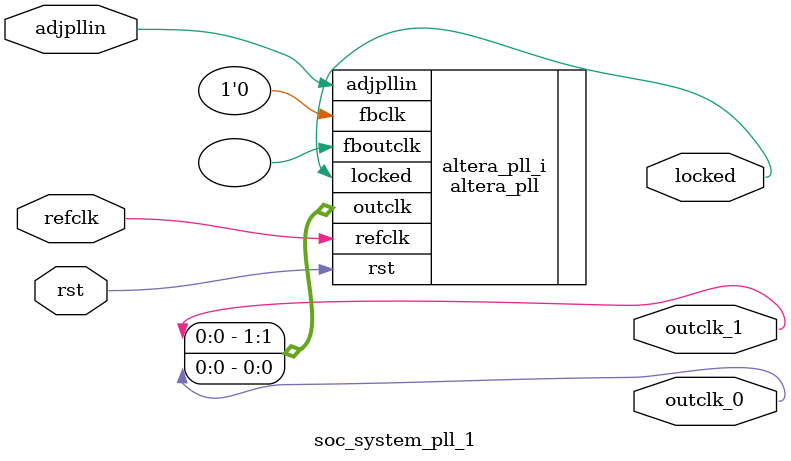
<source format=v>
`timescale 1ns/10ps
module  soc_system_pll_1(

	// interface 'refclk'
	input wire refclk,

	// interface 'reset'
	input wire rst,

	// interface 'outclk0'
	output wire outclk_0,

	// interface 'outclk1'
	output wire outclk_1,

	// interface 'locked'
	output wire locked,

	// interface 'adjpllin'
	input wire adjpllin
);

	altera_pll #(
		.fractional_vco_multiplier("false"),
		.reference_clock_frequency("100.0 MHz"),
		.pll_fractional_cout(32),
		.pll_dsm_out_sel("1st_order"),
		.operation_mode("direct"),
		.number_of_clocks(2),
		.output_clock_frequency0("50.000000 MHz"),
		.phase_shift0("0 ps"),
		.duty_cycle0(50),
		.output_clock_frequency1("50.000000 MHz"),
		.phase_shift1("10000 ps"),
		.duty_cycle1(50),
		.output_clock_frequency2("0 MHz"),
		.phase_shift2("0 ps"),
		.duty_cycle2(50),
		.output_clock_frequency3("0 MHz"),
		.phase_shift3("0 ps"),
		.duty_cycle3(50),
		.output_clock_frequency4("0 MHz"),
		.phase_shift4("0 ps"),
		.duty_cycle4(50),
		.output_clock_frequency5("0 MHz"),
		.phase_shift5("0 ps"),
		.duty_cycle5(50),
		.output_clock_frequency6("0 MHz"),
		.phase_shift6("0 ps"),
		.duty_cycle6(50),
		.output_clock_frequency7("0 MHz"),
		.phase_shift7("0 ps"),
		.duty_cycle7(50),
		.output_clock_frequency8("0 MHz"),
		.phase_shift8("0 ps"),
		.duty_cycle8(50),
		.output_clock_frequency9("0 MHz"),
		.phase_shift9("0 ps"),
		.duty_cycle9(50),
		.output_clock_frequency10("0 MHz"),
		.phase_shift10("0 ps"),
		.duty_cycle10(50),
		.output_clock_frequency11("0 MHz"),
		.phase_shift11("0 ps"),
		.duty_cycle11(50),
		.output_clock_frequency12("0 MHz"),
		.phase_shift12("0 ps"),
		.duty_cycle12(50),
		.output_clock_frequency13("0 MHz"),
		.phase_shift13("0 ps"),
		.duty_cycle13(50),
		.output_clock_frequency14("0 MHz"),
		.phase_shift14("0 ps"),
		.duty_cycle14(50),
		.output_clock_frequency15("0 MHz"),
		.phase_shift15("0 ps"),
		.duty_cycle15(50),
		.output_clock_frequency16("0 MHz"),
		.phase_shift16("0 ps"),
		.duty_cycle16(50),
		.output_clock_frequency17("0 MHz"),
		.phase_shift17("0 ps"),
		.duty_cycle17(50),
		.pll_type("Cyclone V"),
		.pll_subtype("General"),
		.m_cnt_hi_div(8),
		.m_cnt_lo_div(8),
		.n_cnt_hi_div(256),
		.n_cnt_lo_div(256),
		.m_cnt_bypass_en("false"),
		.n_cnt_bypass_en("true"),
		.m_cnt_odd_div_duty_en("false"),
		.n_cnt_odd_div_duty_en("false"),
		.c_cnt_hi_div0(16),
		.c_cnt_lo_div0(16),
		.c_cnt_prst0(1),
		.c_cnt_ph_mux_prst0(0),
		.c_cnt_in_src0("ph_mux_clk"),
		.c_cnt_bypass_en0("false"),
		.c_cnt_odd_div_duty_en0("false"),
		.c_cnt_hi_div1(16),
		.c_cnt_lo_div1(16),
		.c_cnt_prst1(17),
		.c_cnt_ph_mux_prst1(0),
		.c_cnt_in_src1("ph_mux_clk"),
		.c_cnt_bypass_en1("false"),
		.c_cnt_odd_div_duty_en1("false"),
		.c_cnt_hi_div2(1),
		.c_cnt_lo_div2(1),
		.c_cnt_prst2(1),
		.c_cnt_ph_mux_prst2(0),
		.c_cnt_in_src2("ph_mux_clk"),
		.c_cnt_bypass_en2("true"),
		.c_cnt_odd_div_duty_en2("false"),
		.c_cnt_hi_div3(1),
		.c_cnt_lo_div3(1),
		.c_cnt_prst3(1),
		.c_cnt_ph_mux_prst3(0),
		.c_cnt_in_src3("ph_mux_clk"),
		.c_cnt_bypass_en3("true"),
		.c_cnt_odd_div_duty_en3("false"),
		.c_cnt_hi_div4(1),
		.c_cnt_lo_div4(1),
		.c_cnt_prst4(1),
		.c_cnt_ph_mux_prst4(0),
		.c_cnt_in_src4("ph_mux_clk"),
		.c_cnt_bypass_en4("true"),
		.c_cnt_odd_div_duty_en4("false"),
		.c_cnt_hi_div5(1),
		.c_cnt_lo_div5(1),
		.c_cnt_prst5(1),
		.c_cnt_ph_mux_prst5(0),
		.c_cnt_in_src5("ph_mux_clk"),
		.c_cnt_bypass_en5("true"),
		.c_cnt_odd_div_duty_en5("false"),
		.c_cnt_hi_div6(1),
		.c_cnt_lo_div6(1),
		.c_cnt_prst6(1),
		.c_cnt_ph_mux_prst6(0),
		.c_cnt_in_src6("ph_mux_clk"),
		.c_cnt_bypass_en6("true"),
		.c_cnt_odd_div_duty_en6("false"),
		.c_cnt_hi_div7(1),
		.c_cnt_lo_div7(1),
		.c_cnt_prst7(1),
		.c_cnt_ph_mux_prst7(0),
		.c_cnt_in_src7("ph_mux_clk"),
		.c_cnt_bypass_en7("true"),
		.c_cnt_odd_div_duty_en7("false"),
		.c_cnt_hi_div8(1),
		.c_cnt_lo_div8(1),
		.c_cnt_prst8(1),
		.c_cnt_ph_mux_prst8(0),
		.c_cnt_in_src8("ph_mux_clk"),
		.c_cnt_bypass_en8("true"),
		.c_cnt_odd_div_duty_en8("false"),
		.c_cnt_hi_div9(1),
		.c_cnt_lo_div9(1),
		.c_cnt_prst9(1),
		.c_cnt_ph_mux_prst9(0),
		.c_cnt_in_src9("ph_mux_clk"),
		.c_cnt_bypass_en9("true"),
		.c_cnt_odd_div_duty_en9("false"),
		.c_cnt_hi_div10(1),
		.c_cnt_lo_div10(1),
		.c_cnt_prst10(1),
		.c_cnt_ph_mux_prst10(0),
		.c_cnt_in_src10("ph_mux_clk"),
		.c_cnt_bypass_en10("true"),
		.c_cnt_odd_div_duty_en10("false"),
		.c_cnt_hi_div11(1),
		.c_cnt_lo_div11(1),
		.c_cnt_prst11(1),
		.c_cnt_ph_mux_prst11(0),
		.c_cnt_in_src11("ph_mux_clk"),
		.c_cnt_bypass_en11("true"),
		.c_cnt_odd_div_duty_en11("false"),
		.c_cnt_hi_div12(1),
		.c_cnt_lo_div12(1),
		.c_cnt_prst12(1),
		.c_cnt_ph_mux_prst12(0),
		.c_cnt_in_src12("ph_mux_clk"),
		.c_cnt_bypass_en12("true"),
		.c_cnt_odd_div_duty_en12("false"),
		.c_cnt_hi_div13(1),
		.c_cnt_lo_div13(1),
		.c_cnt_prst13(1),
		.c_cnt_ph_mux_prst13(0),
		.c_cnt_in_src13("ph_mux_clk"),
		.c_cnt_bypass_en13("true"),
		.c_cnt_odd_div_duty_en13("false"),
		.c_cnt_hi_div14(1),
		.c_cnt_lo_div14(1),
		.c_cnt_prst14(1),
		.c_cnt_ph_mux_prst14(0),
		.c_cnt_in_src14("ph_mux_clk"),
		.c_cnt_bypass_en14("true"),
		.c_cnt_odd_div_duty_en14("false"),
		.c_cnt_hi_div15(1),
		.c_cnt_lo_div15(1),
		.c_cnt_prst15(1),
		.c_cnt_ph_mux_prst15(0),
		.c_cnt_in_src15("ph_mux_clk"),
		.c_cnt_bypass_en15("true"),
		.c_cnt_odd_div_duty_en15("false"),
		.c_cnt_hi_div16(1),
		.c_cnt_lo_div16(1),
		.c_cnt_prst16(1),
		.c_cnt_ph_mux_prst16(0),
		.c_cnt_in_src16("ph_mux_clk"),
		.c_cnt_bypass_en16("true"),
		.c_cnt_odd_div_duty_en16("false"),
		.c_cnt_hi_div17(1),
		.c_cnt_lo_div17(1),
		.c_cnt_prst17(1),
		.c_cnt_ph_mux_prst17(0),
		.c_cnt_in_src17("ph_mux_clk"),
		.c_cnt_bypass_en17("true"),
		.c_cnt_odd_div_duty_en17("false"),
		.pll_vco_div(1),
		.pll_cp_current(20),
		.pll_bwctrl(4000),
		.pll_output_clk_frequency("1600.0 MHz"),
		.pll_fractional_division("1"),
		.mimic_fbclk_type("none"),
		.pll_fbclk_mux_1("glb"),
		.pll_fbclk_mux_2("m_cnt"),
		.pll_m_cnt_in_src("ph_mux_clk"),
		.pll_slf_rst("false"),
		.pll_clkin_0_src("adj_pll_clk")
	) altera_pll_i (
		.rst	(rst),
		.outclk	({outclk_1, outclk_0}),
		.locked	(locked),
		.adjpllin	(adjpllin),
		.fboutclk	( ),
		.fbclk	(1'b0),
		.refclk	(refclk)
	);
endmodule


</source>
